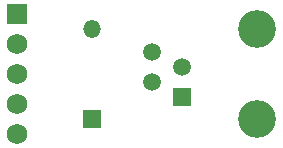
<source format=gts>
G04 (created by PCBNEW (22-Jun-2014 BZR 4027)-stable) date Wed 04 Apr 2018 07:15:16 PM CDT*
%MOIN*%
G04 Gerber Fmt 3.4, Leading zero omitted, Abs format*
%FSLAX34Y34*%
G01*
G70*
G90*
G04 APERTURE LIST*
%ADD10C,0.00590551*%
%ADD11R,0.069X0.069*%
%ADD12C,0.069*%
%ADD13C,0.059*%
%ADD14R,0.059X0.059*%
%ADD15C,0.125984*%
%ADD16O,0.059X0.059*%
G04 APERTURE END LIST*
G54D10*
G54D11*
X68500Y-41750D03*
G54D12*
X68500Y-42750D03*
X68500Y-43750D03*
X68500Y-44750D03*
X68500Y-45750D03*
G54D13*
X73000Y-44000D03*
X73000Y-43000D03*
G54D14*
X74000Y-44500D03*
G54D13*
X74000Y-43500D03*
G54D15*
X76500Y-42251D03*
X76500Y-45251D03*
G54D14*
X71000Y-45250D03*
G54D16*
X71000Y-42250D03*
M02*

</source>
